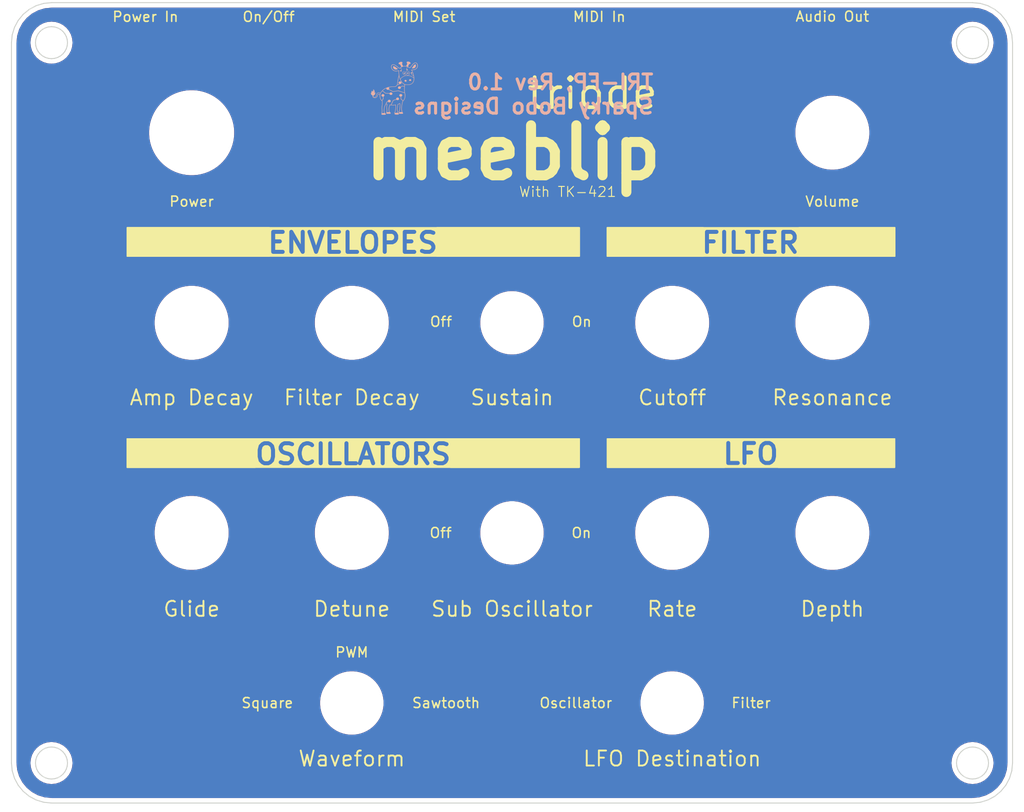
<source format=kicad_pcb>
(kicad_pcb (version 20241229) (generator "pcbnew") (generator_version "9.0")
  (title_block (title "MeeBlip triode w/ TK-421, faceplate (TRI-FP)") (date "2025-12-30") (rev "1.0") (company "Sparky Bobo Designs") (comment 1 "This project is based upon the MeeBlip anode synthesizer: meeblip.com") (comment 2 "Designed by: J. Grahame, et. all.") (comment 3 "https://creativecommons.org/licenses/by-sa/4.0/") (comment 4 "Released under the Creative Commons Attribution Share-Alike 4.0 License"))
  (layers (0 "F.Cu" signal) (2 "B.Cu" signal) (13 "F.Paste" user) (15 "B.Paste" user) (5 "F.SilkS" user "F.Silkscreen") (7 "B.SilkS" user "B.Silkscreen") (1 "F.Mask" user) (3 "B.Mask" user) (25 "Edge.Cuts" user))
  (net 0 "")
  (footprint "MountingHole:MountingHole_6.4mm_M6_DIN965" (layer "F.Cu") (at 172 67.9958)
    (property "Reference" "H18")
    (property "Value" "Volume")
    (pad "" np_thru_hole circle (at 0 0) (size 6.9 6.9) (drill 6.9) (layers "*.Cu" "*.Mask"))
  )
  (footprint "MountingHole:MountingHole_6.4mm_M6_DIN965" (layer "F.Cu") (at 108 108)
    (property "Reference" "H7" (hide yes))
    (property "Value" "Glide")
    (pad "" np_thru_hole circle (at 0 0) (size 6.9 6.9) (drill 6.9) (layers "*.Cu" "*.Mask"))
  )
  (footprint "MountingHole:MountingHole_6.4mm_M6_DIN965" (layer "F.Cu") (at 156 87)
    (property "Reference" "H9" (hide yes))
    (property "Value" "Cutoff")
    (pad "" np_thru_hole circle (at 0 0) (size 6.9 6.9) (drill 6.9) (layers "*.Cu" "*.Mask"))
  )
  (footprint "MountingHole:MountingHole_6.4mm_M6_DIN965" (layer "F.Cu") (at 172 87)
    (property "Reference" "H10" (hide yes))
    (property "Value" "Resonance")
    (pad "" np_thru_hole circle (at 0 0) (size 6.9 6.9) (drill 6.9) (layers "*.Cu" "*.Mask"))
  )
  (footprint "MountingHole:MountingHole_6.4mm_M6_DIN965" (layer "F.Cu") (at 124 87)
    (property "Reference" "H6" (hide yes))
    (property "Value" "Filter Decay")
    (pad "" np_thru_hole circle (at 0 0) (size 6.9 6.9) (drill 6.9) (layers "*.Cu"))
  )
  (footprint "MountingHole:MountingHole_3.2mm_M3_DIN965" (layer "F.Cu") (at 156 125)
    (property "Reference" "H16")
    (property "Value" "LFO Destination")
    (pad "" np_thru_hole circle (at 0 0) (size 5.84 5.84) (drill 5.84) (layers "*.Cu" "*.Mask"))
  )
  (footprint "MountingHole:MountingHole_3mm" (layer "F.Cu") (at 94.0054 59.0042)
    (property "Reference" "H1" (hide yes))
    (property "Value" "MountingHole")
    (pad "" np_thru_hole circle (at 0 0) (size 3 3) (drill 3) (layers "*.Cu" "*.Mask"))
  )
  (footprint "MountingHole:MountingHole_3mm" (layer "F.Cu") (at 94.0054 130.9878)
    (property "Reference" "H3" (hide yes))
    (property "Value" "MountingHole")
    (pad "" np_thru_hole circle (at 0 0) (size 3 3) (drill 3) (layers "*.Cu" "*.Mask"))
  )
  (footprint "MountingHole:MountingHole_6.4mm_M6_DIN965" (layer "F.Cu") (at 124 108)
    (property "Reference" "H8" (hide yes))
    (property "Value" "Detune")
    (pad "" np_thru_hole circle (at 0 0) (size 6.9 6.9) (drill 6.9) (layers "*.Cu" "*.Mask"))
  )
  (footprint "MountingHole:MountingHole_3.2mm_M3_DIN965" (layer "F.Cu") (at 124 125)
    (property "Reference" "H15")
    (property "Value" "Waveform")
    (pad "" np_thru_hole circle (at 0 0) (size 5.84 5.84) (drill 5.84) (layers "*.Cu" "*.Mask"))
  )
  (footprint "MountingHole:MountingHole_3.2mm_M3_DIN965" (layer "F.Cu") (at 140 108)
    (property "Reference" "H14")
    (property "Value" "SubOscillator")
    (pad "" np_thru_hole circle (at 0 0) (size 5.84 5.84) (drill 5.84) (layers "*.Cu" "*.Mask"))
  )
  (footprint "MountingHole:MountingHole_4.3mm_M4_DIN965" (layer "F.Cu") (at 108 68)
    (property "Reference" "H17")
    (property "Value" "Power LED")
    (pad "" np_thru_hole circle (at 0 0) (size 8 8) (drill 8) (layers "*.Cu" "*.Mask"))
  )
  (footprint "MountingHole:MountingHole_6.4mm_M6_DIN965" (layer "F.Cu") (at 172 108)
    (property "Reference" "H12" (hide yes))
    (property "Value" "Depth")
    (pad "" np_thru_hole circle (at 0 0) (size 6.9 6.9) (drill 6.9) (layers "*.Cu" "*.Mask"))
  )
  (footprint "MountingHole:MountingHole_6.4mm_M6_DIN965" (layer "F.Cu") (at 156 108)
    (property "Reference" "H11" (hide yes))
    (property "Value" "Rate")
    (pad "" np_thru_hole circle (at 0 0) (size 6.9 6.9) (drill 6.9) (layers "*.Cu" "*.Mask"))
  )
  (footprint "MountingHole:MountingHole_3mm" (layer "F.Cu") (at 186.0042 59.0042)
    (property "Reference" "H2" (hide yes))
    (property "Value" "MountingHole")
    (pad "" np_thru_hole circle (at 0 0) (size 3 3) (drill 3) (layers "*.Cu" "*.Mask"))
  )
  (footprint "MountingHole:MountingHole_3mm" (layer "F.Cu") (at 186.0042 130.9878)
    (property "Reference" "H4" (hide yes))
    (property "Value" "MountingHole")
    (pad "" np_thru_hole circle (at 0 0) (size 3 3) (drill 3) (layers "*.Cu" "*.Mask"))
  )
  (footprint "MountingHole:MountingHole_6.4mm_M6_DIN965" (layer "F.Cu") (at 108 87)
    (property "Reference" "H5" (hide yes))
    (property "Value" "Amp Decay")
    (pad "" np_thru_hole circle (at 0 0) (size 6.9 6.9) (drill 6.9) (layers "*.Cu" "*.Mask"))
  )
  (footprint "meeblip:DP10080" (layer "F.Cu") (at 90 55)
    (property "Reference" "")
    (property "Value" "")
    (fp_line (start 0 4) (end 0.076859 3.21964) (stroke (width 0.1)) (layer "Edge.Cuts"))
    (fp_line (start 0 76) (end 0 4) (stroke (width 0.1)) (layer "Edge.Cuts"))
    (fp_line (start 0.076859 3.21964) (end 0.304474 2.46925) (stroke (width 0.1)) (layer "Edge.Cuts"))
    (fp_line (start 0.076859 76.7803) (end 0 76) (stroke (width 0.1)) (layer "Edge.Cuts"))
    (fp_line (start 0.304474 2.46925) (end 0.674118 1.77771) (stroke (width 0.1)) (layer "Edge.Cuts"))
    (fp_line (start 0.304474 77.5307) (end 0.076859 76.7803) (stroke (width 0.1)) (layer "Edge.Cuts"))
    (fp_line (start 0.674118 1.77771) (end 1.17157 1.17157) (stroke (width 0.1)) (layer "Edge.Cuts"))
    (fp_line (start 0.674118 78.2223) (end 0.304474 77.5307) (stroke (width 0.1)) (layer "Edge.Cuts"))
    (fp_line (start 1.17157 1.17157) (end 1.77771 0.674118) (stroke (width 0.1)) (layer "Edge.Cuts"))
    (fp_line (start 1.17157 78.8284) (end 0.674118 78.2223) (stroke (width 0.1)) (layer "Edge.Cuts"))
    (fp_line (start 1.77771 0.674118) (end 2.46925 0.304474) (stroke (width 0.1)) (layer "Edge.Cuts"))
    (fp_line (start 1.77771 79.3259) (end 1.17157 78.8284) (stroke (width 0.1)) (layer "Edge.Cuts"))
    (fp_line (start 2.39999 4) (end 2.43074 4.31213) (stroke (width 0.1)) (layer "Edge.Cuts"))
    (fp_line (start 2.39999 76) (end 2.43074 76.3121) (stroke (width 0.1)) (layer "Edge.Cuts"))
    (fp_line (start 2.43074 3.68785) (end 2.39999 4) (stroke (width 0.1)) (layer "Edge.Cuts"))
    (fp_line (start 2.43074 4.31213) (end 2.52179 4.61229) (stroke (width 0.1)) (layer "Edge.Cuts"))
    (fp_line (start 2.43074 75.6879) (end 2.39999 76) (stroke (width 0.1)) (layer "Edge.Cuts"))
    (fp_line (start 2.43074 76.3121) (end 2.52179 76.6123) (stroke (width 0.1)) (layer "Edge.Cuts"))
    (fp_line (start 2.46925 0.304474) (end 3.21964 0.076859) (stroke (width 0.1)) (layer "Edge.Cuts"))
    (fp_line (start 2.46925 79.6955) (end 1.77771 79.3259) (stroke (width 0.1)) (layer "Edge.Cuts"))
    (fp_line (start 2.52179 3.3877) (end 2.43074 3.68785) (stroke (width 0.1)) (layer "Edge.Cuts"))
    (fp_line (start 2.52179 4.61229) (end 2.66965 4.8889) (stroke (width 0.1)) (layer "Edge.Cuts"))
    (fp_line (start 2.52179 75.3877) (end 2.43074 75.6879) (stroke (width 0.1)) (layer "Edge.Cuts"))
    (fp_line (start 2.52179 76.6123) (end 2.66965 76.8889) (stroke (width 0.1)) (layer "Edge.Cuts"))
    (fp_line (start 2.66965 3.11108) (end 2.52179 3.3877) (stroke (width 0.1)) (layer "Edge.Cuts"))
    (fp_line (start 2.66965 4.8889) (end 2.86862 5.13136) (stroke (width 0.1)) (layer "Edge.Cuts"))
    (fp_line (start 2.66965 75.1111) (end 2.52179 75.3877) (stroke (width 0.1)) (layer "Edge.Cuts"))
    (fp_line (start 2.66965 76.8889) (end 2.86862 77.1314) (stroke (width 0.1)) (layer "Edge.Cuts"))
    (fp_line (start 2.86862 2.86862) (end 2.66965 3.11108) (stroke (width 0.1)) (layer "Edge.Cuts"))
    (fp_line (start 2.86862 5.13136) (end 3.11108 5.33034) (stroke (width 0.1)) (layer "Edge.Cuts"))
    (fp_line (start 2.86862 74.8686) (end 2.66965 75.1111) (stroke (width 0.1)) (layer "Edge.Cuts"))
    (fp_line (start 2.86862 77.1314) (end 3.11108 77.3303) (stroke (width 0.1)) (layer "Edge.Cuts"))
    (fp_line (start 3.11108 2.66965) (end 2.86862 2.86862) (stroke (width 0.1)) (layer "Edge.Cuts"))
    (fp_line (start 3.11108 5.33034) (end 3.3877 5.4782) (stroke (width 0.1)) (layer "Edge.Cuts"))
    (fp_line (start 3.11108 74.6696) (end 2.86862 74.8686) (stroke (width 0.1)) (layer "Edge.Cuts"))
    (fp_line (start 3.11108 77.3303) (end 3.3877 77.4782) (stroke (width 0.1)) (layer "Edge.Cuts"))
    (fp_line (start 3.21964 0.076859) (end 3.99998 0) (stroke (width 0.1)) (layer "Edge.Cuts"))
    (fp_line (start 3.21964 79.9231) (end 2.46925 79.6955) (stroke (width 0.1)) (layer "Edge.Cuts"))
    (fp_line (start 3.3877 2.52179) (end 3.11108 2.66965) (stroke (width 0.1)) (layer "Edge.Cuts"))
    (fp_line (start 3.3877 5.4782) (end 3.68785 5.56924) (stroke (width 0.1)) (layer "Edge.Cuts"))
    (fp_line (start 3.3877 74.5218) (end 3.11108 74.6696) (stroke (width 0.1)) (layer "Edge.Cuts"))
    (fp_line (start 3.3877 77.4782) (end 3.68785 77.5692) (stroke (width 0.1)) (layer "Edge.Cuts"))
    (fp_line (start 3.68785 2.43074) (end 3.3877 2.52179) (stroke (width 0.1)) (layer "Edge.Cuts"))
    (fp_line (start 3.68785 5.56924) (end 4 5.59999) (stroke (width 0.1)) (layer "Edge.Cuts"))
    (fp_line (start 3.68785 74.4307) (end 3.3877 74.5218) (stroke (width 0.1)) (layer "Edge.Cuts"))
    (fp_line (start 3.68785 77.5692) (end 4 77.6) (stroke (width 0.1)) (layer "Edge.Cuts"))
    (fp_line (start 3.99998 0) (end 96 0) (stroke (width 0.1)) (layer "Edge.Cuts"))
    (fp_line (start 3.99998 2.39999) (end 3.68785 2.43074) (stroke (width 0.1)) (layer "Edge.Cuts"))
    (fp_line (start 3.99998 74.4) (end 3.68785 74.4307) (stroke (width 0.1)) (layer "Edge.Cuts"))
    (fp_line (start 4 5.59999) (end 4.31213 5.56924) (stroke (width 0.1)) (layer "Edge.Cuts"))
    (fp_line (start 4 77.6) (end 4.31213 77.5692) (stroke (width 0.1)) (layer "Edge.Cuts"))
    (fp_line (start 4 80) (end 3.21964 79.9231) (stroke (width 0.1)) (layer "Edge.Cuts"))
    (fp_line (start 4.31213 2.43074) (end 3.99998 2.39999) (stroke (width 0.1)) (layer "Edge.Cuts"))
    (fp_line (start 4.31213 5.56924) (end 4.61229 5.4782) (stroke (width 0.1)) (layer "Edge.Cuts"))
    (fp_line (start 4.31213 74.4307) (end 3.99998 74.4) (stroke (width 0.1)) (layer "Edge.Cuts"))
    (fp_line (start 4.31213 77.5692) (end 4.61229 77.4782) (stroke (width 0.1)) (layer "Edge.Cuts"))
    (fp_line (start 4.61229 2.52179) (end 4.31213 2.43074) (stroke (width 0.1)) (layer "Edge.Cuts"))
    (fp_line (start 4.61229 5.4782) (end 4.8889 5.33034) (stroke (width 0.1)) (layer "Edge.Cuts"))
    (fp_line (start 4.61229 74.5218) (end 4.31213 74.4307) (stroke (width 0.1)) (layer "Edge.Cuts"))
    (fp_line (start 4.61229 77.4782) (end 4.8889 77.3303) (stroke (width 0.1)) (layer "Edge.Cuts"))
    (fp_line (start 4.8889 2.66965) (end 4.61229 2.52179) (stroke (width 0.1)) (layer "Edge.Cuts"))
    (fp_line (start 4.8889 5.33034) (end 5.13136 5.13136) (stroke (width 0.1)) (layer "Edge.Cuts"))
    (fp_line (start 4.8889 74.6696) (end 4.61229 74.5218) (stroke (width 0.1)) (layer "Edge.Cuts"))
    (fp_line (start 4.8889 77.3303) (end 5.13136 77.1314) (stroke (width 0.1)) (layer "Edge.Cuts"))
    (fp_line (start 5.13136 2.86862) (end 4.8889 2.66965) (stroke (width 0.1)) (layer "Edge.Cuts"))
    (fp_line (start 5.13136 5.13136) (end 5.33034 4.8889) (stroke (width 0.1)) (layer "Edge.Cuts"))
    (fp_line (start 5.13136 74.8686) (end 4.8889 74.6696) (stroke (width 0.1)) (layer "Edge.Cuts"))
    (fp_line (start 5.13136 77.1314) (end 5.33034 76.8889) (stroke (width 0.1)) (layer "Edge.Cuts"))
    (fp_line (start 5.33034 3.11108) (end 5.13136 2.86862) (stroke (width 0.1)) (layer "Edge.Cuts"))
    (fp_line (start 5.33034 4.8889) (end 5.4782 4.61229) (stroke (width 0.1)) (layer "Edge.Cuts"))
    (fp_line (start 5.33034 75.1111) (end 5.13136 74.8686) (stroke (width 0.1)) (layer "Edge.Cuts"))
    (fp_line (start 5.33034 76.8889) (end 5.4782 76.6123) (stroke (width 0.1)) (layer "Edge.Cuts"))
    (fp_line (start 5.4782 3.3877) (end 5.33034 3.11108) (stroke (width 0.1)) (layer "Edge.Cuts"))
    (fp_line (start 5.4782 4.61229) (end 5.56924 4.31213) (stroke (width 0.1)) (layer "Edge.Cuts"))
    (fp_line (start 5.4782 75.3877) (end 5.33034 75.1111) (stroke (width 0.1)) (layer "Edge.Cuts"))
    (fp_line (start 5.4782 76.6123) (end 5.56924 76.3121) (stroke (width 0.1)) (layer "Edge.Cuts"))
    (fp_line (start 5.56924 3.68785) (end 5.4782 3.3877) (stroke (width 0.1)) (layer "Edge.Cuts"))
    (fp_line (start 5.56924 4.31213) (end 5.59999 4) (stroke (width 0.1)) (layer "Edge.Cuts"))
    (fp_line (start 5.56924 75.6879) (end 5.4782 75.3877) (stroke (width 0.1)) (layer "Edge.Cuts"))
    (fp_line (start 5.56924 76.3121) (end 5.59999 76) (stroke (width 0.1)) (layer "Edge.Cuts"))
    (fp_line (start 5.59999 4) (end 5.56924 3.68785) (stroke (width 0.1)) (layer "Edge.Cuts"))
    (fp_line (start 5.59999 76) (end 5.56924 75.6879) (stroke (width 0.1)) (layer "Edge.Cuts"))
    (fp_line (start 94.4 4) (end 94.4307 4.31213) (stroke (width 0.1)) (layer "Edge.Cuts"))
    (fp_line (start 94.4 76) (end 94.4307 76.3121) (stroke (width 0.1)) (layer "Edge.Cuts"))
    (fp_line (start 94.4307 3.68785) (end 94.4 4) (stroke (width 0.1)) (layer "Edge.Cuts"))
    (fp_line (start 94.4307 4.31213) (end 94.5218 4.61229) (stroke (width 0.1)) (layer "Edge.Cuts"))
    (fp_line (start 94.4307 75.6879) (end 94.4 76) (stroke (width 0.1)) (layer "Edge.Cuts"))
    (fp_line (start 94.4307 76.3121) (end 94.5218 76.6123) (stroke (width 0.1)) (layer "Edge.Cuts"))
    (fp_line (start 94.5218 3.3877) (end 94.4307 3.68785) (stroke (width 0.1)) (layer "Edge.Cuts"))
    (fp_line (start 94.5218 4.61229) (end 94.6696 4.8889) (stroke (width 0.1)) (layer "Edge.Cuts"))
    (fp_line (start 94.5218 75.3877) (end 94.4307 75.6879) (stroke (width 0.1)) (layer "Edge.Cuts"))
    (fp_line (start 94.5218 76.6123) (end 94.6696 76.8889) (stroke (width 0.1)) (layer "Edge.Cuts"))
    (fp_line (start 94.6696 3.11108) (end 94.5218 3.3877) (stroke (width 0.1)) (layer "Edge.Cuts"))
    (fp_line (start 94.6696 4.8889) (end 94.8686 5.13136) (stroke (width 0.1)) (layer "Edge.Cuts"))
    (fp_line (start 94.6696 75.1111) (end 94.5218 75.3877) (stroke (width 0.1)) (layer "Edge.Cuts"))
    (fp_line (start 94.6696 76.8889) (end 94.8686 77.1314) (stroke (width 0.1)) (layer "Edge.Cuts"))
    (fp_line (start 94.8686 2.86862) (end 94.6696 3.11108) (stroke (width 0.1)) (layer "Edge.Cuts"))
    (fp_line (start 94.8686 5.13136) (end 95.1111 5.33034) (stroke (width 0.1)) (layer "Edge.Cuts"))
    (fp_line (start 94.8686 74.8686) (end 94.6696 75.1111) (stroke (width 0.1)) (layer "Edge.Cuts"))
    (fp_line (start 94.8686 77.1314) (end 95.1111 77.3303) (stroke (width 0.1)) (layer "Edge.Cuts"))
    (fp_line (start 95.1111 2.66965) (end 94.8686 2.86862) (stroke (width 0.1)) (layer "Edge.Cuts"))
    (fp_line (start 95.1111 5.33034) (end 95.3877 5.4782) (stroke (width 0.1)) (layer "Edge.Cuts"))
    (fp_line (start 95.1111 74.6696) (end 94.8686 74.8686) (stroke (width 0.1)) (layer "Edge.Cuts"))
    (fp_line (start 95.1111 77.3303) (end 95.3877 77.4782) (stroke (width 0.1)) (layer "Edge.Cuts"))
    (fp_line (start 95.3877 2.52179) (end 95.1111 2.66965) (stroke (width 0.1)) (layer "Edge.Cuts"))
    (fp_line (start 95.3877 5.4782) (end 95.6879 5.56924) (stroke (width 0.1)) (layer "Edge.Cuts"))
    (fp_line (start 95.3877 74.5218) (end 95.1111 74.6696) (stroke (width 0.1)) (layer "Edge.Cuts"))
    (fp_line (start 95.3877 77.4782) (end 95.6879 77.5692) (stroke (width 0.1)) (layer "Edge.Cuts"))
    (fp_line (start 95.6879 2.43074) (end 95.3877 2.52179) (stroke (width 0.1)) (layer "Edge.Cuts"))
    (fp_line (start 95.6879 5.56924) (end 96 5.59999) (stroke (width 0.1)) (layer "Edge.Cuts"))
    (fp_line (start 95.6879 74.4307) (end 95.3877 74.5218) (stroke (width 0.1)) (layer "Edge.Cuts"))
    (fp_line (start 95.6879 77.5692) (end 96 77.6) (stroke (width 0.1)) (layer "Edge.Cuts"))
    (fp_line (start 96 0) (end 96.7803 0.076859) (stroke (width 0.1)) (layer "Edge.Cuts"))
    (fp_line (start 96 2.39999) (end 95.6879 2.43074) (stroke (width 0.1)) (layer "Edge.Cuts"))
    (fp_line (start 96 5.59999) (end 96.3121 5.56924) (stroke (width 0.1)) (layer "Edge.Cuts"))
    (fp_line (start 96 74.4) (end 95.6879 74.4307) (stroke (width 0.1)) (layer "Edge.Cuts"))
    (fp_line (start 96 77.6) (end 96.3121 77.5692) (stroke (width 0.1)) (layer "Edge.Cuts"))
    (fp_line (start 96 80) (end 4 80) (stroke (width 0.1)) (layer "Edge.Cuts"))
    (fp_line (start 96.3121 2.43074) (end 96 2.39999) (stroke (width 0.1)) (layer "Edge.Cuts"))
    (fp_line (start 96.3121 5.56924) (end 96.6123 5.4782) (stroke (width 0.1)) (layer "Edge.Cuts"))
    (fp_line (start 96.3121 74.4307) (end 96 74.4) (stroke (width 0.1)) (layer "Edge.Cuts"))
    (fp_line (start 96.3121 77.5692) (end 96.6123 77.4782) (stroke (width 0.1)) (layer "Edge.Cuts"))
    (fp_line (start 96.6123 2.52179) (end 96.3121 2.43074) (stroke (width 0.1)) (layer "Edge.Cuts"))
    (fp_line (start 96.6123 5.4782) (end 96.8889 5.33034) (stroke (width 0.1)) (layer "Edge.Cuts"))
    (fp_line (start 96.6123 74.5218) (end 96.3121 74.4307) (stroke (width 0.1)) (layer "Edge.Cuts"))
    (fp_line (start 96.6123 77.4782) (end 96.8889 77.3303) (stroke (width 0.1)) (layer "Edge.Cuts"))
    (fp_line (start 96.7803 0.076859) (end 97.5307 0.304474) (stroke (width 0.1)) (layer "Edge.Cuts"))
    (fp_line (start 96.7803 79.9231) (end 96 80) (stroke (width 0.1)) (layer "Edge.Cuts"))
    (fp_line (start 96.8889 2.66965) (end 96.6123 2.52179) (stroke (width 0.1)) (layer "Edge.Cuts"))
    (fp_line (start 96.8889 5.33034) (end 97.1314 5.13136) (stroke (width 0.1)) (layer "Edge.Cuts"))
    (fp_line (start 96.8889 74.6696) (end 96.6123 74.5218) (stroke (width 0.1)) (layer "Edge.Cuts"))
    (fp_line (start 96.8889 77.3303) (end 97.1314 77.1314) (stroke (width 0.1)) (layer "Edge.Cuts"))
    (fp_line (start 97.1314 2.86862) (end 96.8889 2.66965) (stroke (width 0.1)) (layer "Edge.Cuts"))
    (fp_line (start 97.1314 5.13136) (end 97.3303 4.8889) (stroke (width 0.1)) (layer "Edge.Cuts"))
    (fp_line (start 97.1314 74.8686) (end 96.8889 74.6696) (stroke (width 0.1)) (layer "Edge.Cuts"))
    (fp_line (start 97.1314 77.1314) (end 97.3303 76.8889) (stroke (width 0.1)) (layer "Edge.Cuts"))
    (fp_line (start 97.3303 3.11108) (end 97.1314 2.86862) (stroke (width 0.1)) (layer "Edge.Cuts"))
    (fp_line (start 97.3303 4.8889) (end 97.4782 4.61229) (stroke (width 0.1)) (layer "Edge.Cuts"))
    (fp_line (start 97.3303 75.1111) (end 97.1314 74.8686) (stroke (width 0.1)) (layer "Edge.Cuts"))
    (fp_line (start 97.3303 76.8889) (end 97.4782 76.6123) (stroke (width 0.1)) (layer "Edge.Cuts"))
    (fp_line (start 97.4782 3.3877) (end 97.3303 3.11108) (stroke (width 0.1)) (layer "Edge.Cuts"))
    (fp_line (start 97.4782 4.61229) (end 97.5692 4.31213) (stroke (width 0.1)) (layer "Edge.Cuts"))
    (fp_line (start 97.4782 75.3877) (end 97.3303 75.1111) (stroke (width 0.1)) (layer "Edge.Cuts"))
    (fp_line (start 97.4782 76.6123) (end 97.5692 76.3121) (stroke (width 0.1)) (layer "Edge.Cuts"))
    (fp_line (start 97.5307 0.304474) (end 98.2223 0.674118) (stroke (width 0.1)) (layer "Edge.Cuts"))
    (fp_line (start 97.5307 79.6955) (end 96.7803 79.9231) (stroke (width 0.1)) (layer "Edge.Cuts"))
    (fp_line (start 97.5692 3.68785) (end 97.4782 3.3877) (stroke (width 0.1)) (layer "Edge.Cuts"))
    (fp_line (start 97.5692 4.31213) (end 97.6 4) (stroke (width 0.1)) (layer "Edge.Cuts"))
    (fp_line (start 97.5692 75.6879) (end 97.4782 75.3877) (stroke (width 0.1)) (layer "Edge.Cuts"))
    (fp_line (start 97.5692 76.3121) (end 97.6 76) (stroke (width 0.1)) (layer "Edge.Cuts"))
    (fp_line (start 97.6 4) (end 97.5692 3.68785) (stroke (width 0.1)) (layer "Edge.Cuts"))
    (fp_line (start 97.6 76) (end 97.5692 75.6879) (stroke (width 0.1)) (layer "Edge.Cuts"))
    (fp_line (start 98.2223 0.674118) (end 98.8284 1.17157) (stroke (width 0.1)) (layer "Edge.Cuts"))
    (fp_line (start 98.2223 79.3259) (end 97.5307 79.6955) (stroke (width 0.1)) (layer "Edge.Cuts"))
    (fp_line (start 98.8284 1.17157) (end 99.3259 1.77771) (stroke (width 0.1)) (layer "Edge.Cuts"))
    (fp_line (start 98.8284 78.8284) (end 98.2223 79.3259) (stroke (width 0.1)) (layer "Edge.Cuts"))
    (fp_line (start 99.3259 1.77771) (end 99.6955 2.46925) (stroke (width 0.1)) (layer "Edge.Cuts"))
    (fp_line (start 99.3259 78.2223) (end 98.8284 78.8284) (stroke (width 0.1)) (layer "Edge.Cuts"))
    (fp_line (start 99.6955 2.46925) (end 99.9231 3.21964) (stroke (width 0.1)) (layer "Edge.Cuts"))
    (fp_line (start 99.6955 77.5307) (end 99.3259 78.2223) (stroke (width 0.1)) (layer "Edge.Cuts"))
    (fp_line (start 99.9231 3.21964) (end 100 4) (stroke (width 0.1)) (layer "Edge.Cuts"))
    (fp_line (start 99.9231 76.7803) (end 99.6955 77.5307) (stroke (width 0.1)) (layer "Edge.Cuts"))
    (fp_line (start 100 4) (end 100 76) (stroke (width 0.1)) (layer "Edge.Cuts"))
    (fp_line (start 100 76) (end 99.9231 76.7803) (stroke (width 0.1)) (layer "Edge.Cuts"))
  )
  (footprint "MountingHole:MountingHole_3.2mm_M3_DIN965" (layer "F.Cu") (at 140 87)
    (property "Reference" "H13")
    (property "Value" "Sustain")
    (pad "" np_thru_hole circle (at 0 0) (size 5.84 5.84) (drill 5.84) (layers "*.Cu" "*.Mask"))
  )
  (footprint "meeblip:logo_cr_5x5" (layer "B.Cu") (at 128.2446 63.5508 180)
    (property "Reference" "G***" (hide yes))
    (property "Value" "LOGO" (hide yes))
  )
  (gr_rect (start 149.5044 77.4826) (end 159.1056 80.3528) (stroke (width 0.1)) (fill yes) (layer "F.SilkS"))
  (gr_rect (start 132.4991 77.4826) (end 146.6723 80.3528) (stroke (width 0.1)) (fill yes) (layer "F.SilkS"))
  (gr_rect (start 149.5085 98.5866) (end 178.2359 101.4566) (stroke (width 0.1)) (fill no) (layer "F.SilkS"))
  (gr_rect (start 133.8621 98.5866) (end 146.6637 101.4568) (stroke (width 0.1)) (fill yes) (layer "F.SilkS"))
  (gr_rect (start 149.5339 98.5865) (end 161.2179 101.4567) (stroke (width 0.1)) (fill yes) (layer "F.SilkS"))
  (gr_rect (start 101.5533 98.5866) (end 114.3549 101.4568) (stroke (width 0.1)) (fill yes) (layer "F.SilkS"))
  (gr_rect (start 101.5533 98.5866) (end 146.7399 101.4566) (stroke (width 0.1)) (fill no) (layer "F.SilkS"))
  (gr_rect (start 101.5619 77.4828) (end 146.7485 80.3528) (stroke (width 0.1)) (fill no) (layer "F.SilkS"))
  (gr_rect (start 101.5619 77.4827) (end 115.7605 80.3529) (stroke (width 0.1)) (fill yes) (layer "F.SilkS"))
  (gr_rect (start 149.5171 77.4828) (end 178.2445 80.3528) (stroke (width 0.1)) (fill no) (layer "F.SilkS"))
  (gr_rect (start 166.6027 98.5865) (end 178.2105 101.4567) (stroke (width 0.1)) (fill yes) (layer "F.SilkS"))
  (gr_rect (start 168.6687 77.4826) (end 178.2445 80.3528) (stroke (width 0.1)) (fill yes) (layer "F.SilkS"))
  (gr_text "FILTER" (at 158.7373 80.175 0) (layer "F.SilkS" knockout) (effects (font (size 2 2) (thickness 0.4) (bold yes)) (justify left bottom)))
  (gr_text "On/Off" (at 113 57 0) (layer "F.SilkS") (effects (font (size 1 1)) (justify left bottom)))
  (gr_text "Cutoff" (at 156 95.3506 0) (layer "F.SilkS") (effects (font (size 1.5 1.5) (thickness 0.1875)) (justify bottom)))
  (gr_text "With TK-421" (at 140.6398 74.4982 0) (layer "F.SilkS") (effects (font (size 1 1) (thickness 0.1)) (justify left bottom)))
  (gr_text "On" (at 145.8556 108 0) (layer "F.SilkS") (effects (font (size 1 1)) (justify left)))
  (gr_text "Amp Decay" (at 108 95.3506 0) (layer "F.SilkS") (effects (font (size 1.5 1.5) (thickness 0.1875)) (justify bottom)))
  (gr_text "Audio Out" (at 172 56.9722 0) (layer "F.SilkS") (effects (font (size 1 1)) (justify bottom)))
  (gr_text "MIDI Set" (at 128 57 0) (layer "F.SilkS") (effects (font (size 1 1)) (justify left bottom)))
  (gr_text "triode" (at 141.3002 65.8368 0) (layer "F.SilkS") (effects (font (size 3 3) (thickness 0.375)) (justify left bottom)))
  (gr_text "Power In" (at 100 57 0) (layer "F.SilkS") (effects (font (size 1 1)) (justify left bottom)))
  (gr_text "meeblip" (at 124.8156 72.9234 0) (layer "F.SilkS") (effects (font (size 5 5) (thickness 1) (bold yes)) (justify left bottom)))
  (gr_text "Off" (at 131.6824 108 0) (layer "F.SilkS") (effects (font (size 1 1)) (justify left)))
  (gr_text "Filter Decay" (at 124 95.3506 0) (layer "F.SilkS") (effects (font (size 1.5 1.5) (thickness 0.1875)) (justify bottom)))
  (gr_text "Detune" (at 124 116.4834 0) (layer "F.SilkS") (effects (font (size 1.5 1.5) (thickness 0.1875)) (justify bottom)))
  (gr_text "Square" (at 112.8902 125 0) (layer "F.SilkS") (effects (font (size 1 1)) (justify left)))
  (gr_text "LFO" (at 160.8623 101.2788 0) (layer "F.SilkS" knockout) (effects (font (size 2 2) (thickness 0.4) (bold yes)) (justify left bottom)))
  (gr_text "Sub Oscillator" (at 140 116.4834 0) (layer "F.SilkS") (effects (font (size 1.5 1.5) (thickness 0.1875)) (justify bottom)))
  (gr_text "MIDI In" (at 146 57 0) (layer "F.SilkS") (effects (font (size 1 1)) (justify left bottom)))
  (gr_text "Resonance" (at 172 95.3506 0) (layer "F.SilkS") (effects (font (size 1.5 1.5) (thickness 0.1875)) (justify bottom)))
  (gr_text "Sawtooth" (at 129.9336 125 0) (layer "F.SilkS") (effects (font (size 1 1)) (justify left)))
  (gr_text "ENVELOPES" (at 115.4049 80.175 0) (layer "F.SilkS" knockout) (effects (font (size 2 2) (thickness 0.4) (bold yes)) (justify left bottom)))
  (gr_text "Filter" (at 161.836 125 0) (layer "F.SilkS") (effects (font (size 1 1)) (justify left)))
  (gr_text "PWM" (at 124 120.523 0) (layer "F.SilkS") (effects (font (size 1 1)) (justify bottom)))
  (gr_text "Glide" (at 108 116.4834 0) (layer "F.SilkS") (effects (font (size 1.5 1.5) (thickness 0.1875)) (justify bottom)))
  (gr_text "Waveform" (at 124 131.445 0) (layer "F.SilkS") (effects (font (size 1.5 1.5) (thickness 0.1875)) (justify bottom)))
  (gr_text "Power" (at 108 74.295 0) (layer "F.SilkS") (effects (font (size 1 1)) (justify top)))
  (gr_text "On" (at 145.8896 86.8934 0) (layer "F.SilkS") (effects (font (size 1 1)) (justify left)))
  (gr_text "OSCILLATORS" (at 114.1517 101.3042 0) (layer "F.SilkS" knockout) (effects (font (size 2 2) (thickness 0.4) (bold yes)) (justify left bottom)))
  (gr_text "Off" (at 131.7164 86.8934 0) (layer "F.SilkS") (effects (font (size 1 1)) (justify left)))
  (gr_text "Sustain" (at 140 95.3506 0) (layer "F.SilkS") (effects (font (size 1.5 1.5) (thickness 0.1875)) (justify bottom)))
  (gr_text "Oscillator" (at 142.659 125 0) (layer "F.SilkS") (effects (font (size 1 1)) (justify left)))
  (gr_text "Volume" (at 172 74.295 0) (layer "F.SilkS") (effects (font (size 1 1)) (justify top)))
  (gr_text "LFO Destination" (at 156 131.445 0) (layer "F.SilkS") (effects (font (size 1.5 1.5) (thickness 0.1875)) (justify bottom)))
  (gr_text "Rate" (at 156 116.4834 0) (layer "F.SilkS") (effects (font (size 1.5 1.5) (thickness 0.1875)) (justify bottom)))
  (gr_text "Depth" (at 172 116.4834 0) (layer "F.SilkS") (effects (font (size 1.5 1.5) (thickness 0.1875)) (justify bottom)))
  (gr_text "TRI-FP, Rev 1.0\nSparky Bobo Designs" (at 154.2796 66.2432 0) (layer "B.SilkS") (effects (font (size 1.5 1.5) (thickness 0.3) (bold yes)) (justify left bottom mirror)))
  (zone (net 0) (net_name "") (layer "F.Cu") (connect_pads (clearance 0.5)) (min_thickness 0.25) (fill yes (thermal_gap 0.5) (thermal_bridge_width 0.5))
    (polygon (pts (xy 90.043 58.9788) (xy 90.1192 58.1914) (xy 90.3478 57.4548) (xy 90.7034 56.769) (xy 91.2114 56.1594) (xy 91.7956 55.6768) (xy 92.4814 55.3212) (xy 93.218 55.0926) (xy 93.98 55.0164) (xy 186.0042 55.0164) (xy 186.7662 55.0926) (xy 187.5282 55.3212) (xy 188.214 55.6768) (xy 188.7982 56.1848) (xy 189.3062 56.769) (xy 189.6618 57.4548) (xy 189.8904 58.1914) (xy 189.9666 58.9788) (xy 189.9666 130.9878) (xy 189.8904 131.7752) (xy 189.6618 132.5118) (xy 189.3062 133.1976) (xy 188.7982 133.8072) (xy 188.2394 134.2898) (xy 187.5282 134.6454) (xy 186.7662 134.8994) (xy 186.0042 134.9502) (xy 94.057689 134.9502) (xy 93.270289 134.790926) (xy 92.533689 134.587726) (xy 91.847889 134.206726) (xy 91.238289 133.698726) (xy 90.755689 133.114526) (xy 90.400089 132.428726) (xy 90.171489 131.692126) (xy 90.043 130.9878)))
  )
  (zone (net 0) (net_name "") (layer "B.Cu") (connect_pads (clearance 0.5)) (min_thickness 0.25) (fill yes (thermal_gap 0.5) (thermal_bridge_width 0.5) (island_removal_mode 1) (island_area_min 10))
    (polygon (pts (xy 90.043 58.9788) (xy 90.1192 58.1914) (xy 90.3478 57.4548) (xy 90.7034 56.769) (xy 91.2114 56.1594) (xy 91.7956 55.6768) (xy 92.4814 55.3212) (xy 93.218 55.0926) (xy 93.98 55.0164) (xy 186.0042 55.0164) (xy 186.7662 55.0926) (xy 187.5282 55.3212) (xy 188.214 55.6768) (xy 188.7982 56.1848) (xy 189.3062 56.769) (xy 189.6618 57.4548) (xy 189.8904 58.1914) (xy 189.9666 58.9788) (xy 189.9666 130.9878) (xy 189.8904 131.7752) (xy 189.6618 132.5118) (xy 189.3062 133.1976) (xy 188.7982 133.8072) (xy 188.2394 134.2898) (xy 187.5282 134.6454) (xy 186.7662 134.8994) (xy 186.0042 134.9502) (xy 94.057689 134.9502) (xy 93.270289 134.790926) (xy 92.533689 134.587726) (xy 91.847889 134.206726) (xy 91.238289 133.698726) (xy 90.755689 133.114526) (xy 90.400089 132.428726) (xy 90.171489 131.692126) (xy 90.043 130.9878)))
  )
)
</source>
